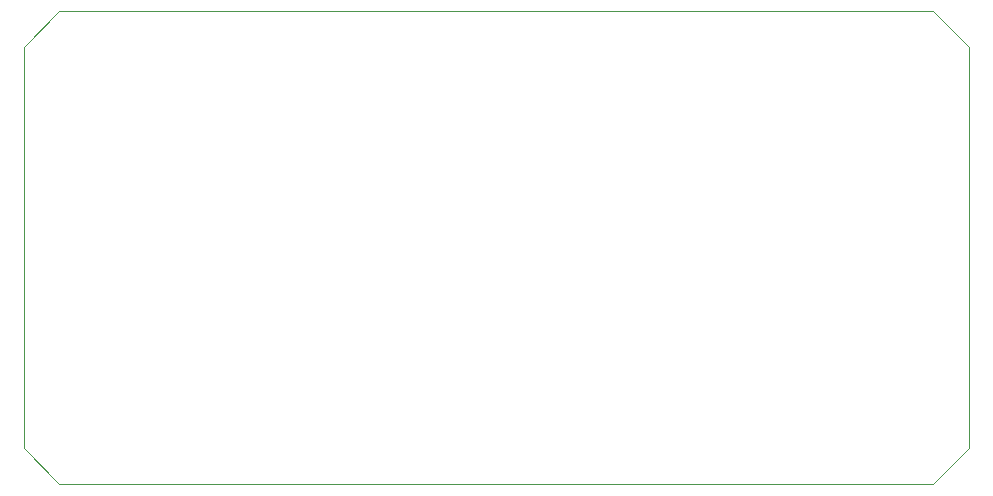
<source format=gbr>
%TF.GenerationSoftware,KiCad,Pcbnew,(5.1.10)-1*%
%TF.CreationDate,2021-06-27T16:37:14+02:00*%
%TF.ProjectId,BatteryBoost,42617474-6572-4794-926f-6f73742e6b69,rev?*%
%TF.SameCoordinates,Original*%
%TF.FileFunction,Profile,NP*%
%FSLAX46Y46*%
G04 Gerber Fmt 4.6, Leading zero omitted, Abs format (unit mm)*
G04 Created by KiCad (PCBNEW (5.1.10)-1) date 2021-06-27 16:37:14*
%MOMM*%
%LPD*%
G01*
G04 APERTURE LIST*
%TA.AperFunction,Profile*%
%ADD10C,0.050000*%
%TD*%
G04 APERTURE END LIST*
D10*
X3000000Y-40000000D02*
X0Y-37000000D01*
X80000000Y-37000000D02*
X77000000Y-40000000D01*
X77000000Y0D02*
X80000000Y-3000000D01*
X0Y-3000000D02*
X3000000Y0D01*
X80000000Y-37000000D02*
X80000000Y-3000000D01*
X3000000Y-40000000D02*
X77000000Y-40000000D01*
X77000000Y0D02*
X3000000Y0D01*
X0Y-3000000D02*
X0Y-37000000D01*
M02*

</source>
